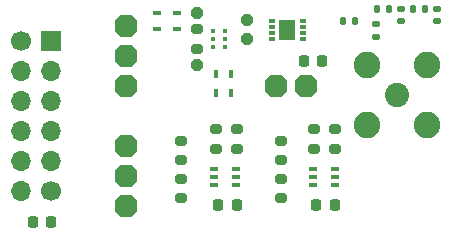
<source format=gbr>
%TF.GenerationSoftware,KiCad,Pcbnew,9.0.7*%
%TF.CreationDate,2026-01-30T12:17:07+01:00*%
%TF.ProjectId,rfiq-1,72666971-2d31-42e6-9b69-6361645f7063,1a*%
%TF.SameCoordinates,Original*%
%TF.FileFunction,Soldermask,Top*%
%TF.FilePolarity,Negative*%
%FSLAX46Y46*%
G04 Gerber Fmt 4.6, Leading zero omitted, Abs format (unit mm)*
G04 Created by KiCad (PCBNEW 9.0.7) date 2026-01-30 12:17:07*
%MOMM*%
%LPD*%
G01*
G04 APERTURE LIST*
G04 Aperture macros list*
%AMRoundRect*
0 Rectangle with rounded corners*
0 $1 Rounding radius*
0 $2 $3 $4 $5 $6 $7 $8 $9 X,Y pos of 4 corners*
0 Add a 4 corners polygon primitive as box body*
4,1,4,$2,$3,$4,$5,$6,$7,$8,$9,$2,$3,0*
0 Add four circle primitives for the rounded corners*
1,1,$1+$1,$2,$3*
1,1,$1+$1,$4,$5*
1,1,$1+$1,$6,$7*
1,1,$1+$1,$8,$9*
0 Add four rect primitives between the rounded corners*
20,1,$1+$1,$2,$3,$4,$5,0*
20,1,$1+$1,$4,$5,$6,$7,0*
20,1,$1+$1,$6,$7,$8,$9,0*
20,1,$1+$1,$8,$9,$2,$3,0*%
%AMOutline5P*
0 Free polygon, 5 corners , with rotation*
0 The origin of the aperture is its center*
0 number of corners: always 5*
0 $1 to $10 corner X, Y*
0 $11 Rotation angle, in degrees counterclockwise*
0 create outline with 5 corners*
4,1,5,$1,$2,$3,$4,$5,$6,$7,$8,$9,$10,$1,$2,$11*%
%AMOutline6P*
0 Free polygon, 6 corners , with rotation*
0 The origin of the aperture is its center*
0 number of corners: always 6*
0 $1 to $12 corner X, Y*
0 $13 Rotation angle, in degrees counterclockwise*
0 create outline with 6 corners*
4,1,6,$1,$2,$3,$4,$5,$6,$7,$8,$9,$10,$11,$12,$1,$2,$13*%
%AMOutline7P*
0 Free polygon, 7 corners , with rotation*
0 The origin of the aperture is its center*
0 number of corners: always 7*
0 $1 to $14 corner X, Y*
0 $15 Rotation angle, in degrees counterclockwise*
0 create outline with 7 corners*
4,1,7,$1,$2,$3,$4,$5,$6,$7,$8,$9,$10,$11,$12,$13,$14,$1,$2,$15*%
%AMOutline8P*
0 Free polygon, 8 corners , with rotation*
0 The origin of the aperture is its center*
0 number of corners: always 8*
0 $1 to $16 corner X, Y*
0 $17 Rotation angle, in degrees counterclockwise*
0 create outline with 8 corners*
4,1,8,$1,$2,$3,$4,$5,$6,$7,$8,$9,$10,$11,$12,$13,$14,$15,$16,$1,$2,$17*%
G04 Aperture macros list end*
%ADD10RoundRect,0.100000X0.275000X0.100000X-0.275000X0.100000X-0.275000X-0.100000X0.275000X-0.100000X0*%
%ADD11Outline8P,-0.950000X0.475000X-0.475000X0.950000X0.475000X0.950000X0.950000X0.475000X0.950000X-0.475000X0.475000X-0.950000X-0.475000X-0.950000X-0.950000X-0.475000X0.000000*%
%ADD12Outline8P,-0.500000X0.250000X-0.250000X0.500000X0.250000X0.500000X0.500000X0.250000X0.500000X-0.250000X0.250000X-0.500000X-0.250000X-0.500000X-0.500000X-0.250000X0.000000*%
%ADD13RoundRect,0.135000X0.185000X-0.135000X0.185000X0.135000X-0.185000X0.135000X-0.185000X-0.135000X0*%
%ADD14RoundRect,0.147500X0.147500X0.172500X-0.147500X0.172500X-0.147500X-0.172500X0.147500X-0.172500X0*%
%ADD15RoundRect,0.225000X-0.225000X-0.250000X0.225000X-0.250000X0.225000X0.250000X-0.225000X0.250000X0*%
%ADD16RoundRect,0.140000X-0.170000X0.140000X-0.170000X-0.140000X0.170000X-0.140000X0.170000X0.140000X0*%
%ADD17RoundRect,0.200000X-0.275000X0.200000X-0.275000X-0.200000X0.275000X-0.200000X0.275000X0.200000X0*%
%ADD18RoundRect,0.100000X-0.225000X-0.100000X0.225000X-0.100000X0.225000X0.100000X-0.225000X0.100000X0*%
%ADD19RoundRect,0.225000X0.225000X0.250000X-0.225000X0.250000X-0.225000X-0.250000X0.225000X-0.250000X0*%
%ADD20RoundRect,0.135000X0.135000X0.185000X-0.135000X0.185000X-0.135000X-0.185000X0.135000X-0.185000X0*%
%ADD21C,2.050000*%
%ADD22C,2.250000*%
%ADD23RoundRect,0.049500X0.115500X-0.155500X0.115500X0.155500X-0.115500X0.155500X-0.115500X-0.155500X0*%
%ADD24R,1.700000X1.700000*%
%ADD25O,1.700000X1.700000*%
%ADD26C,1.700000*%
%ADD27RoundRect,0.100000X0.100000X-0.275000X0.100000X0.275000X-0.100000X0.275000X-0.100000X-0.275000X0*%
%ADD28RoundRect,0.135000X-0.135000X-0.185000X0.135000X-0.185000X0.135000X0.185000X-0.135000X0.185000X0*%
%ADD29RoundRect,0.087500X0.200000X0.087500X-0.200000X0.087500X-0.200000X-0.087500X0.200000X-0.087500X0*%
%ADD30R,1.450000X1.740000*%
G04 APERTURE END LIST*
D10*
%TO.C,Q2*%
X174625000Y-85450000D03*
X174625000Y-84150000D03*
X172975000Y-84150000D03*
X172975000Y-85450000D03*
%TD*%
D11*
%TO.C,TP10*%
X170300000Y-97920000D03*
%TD*%
%TO.C,TP6*%
X170300000Y-90300000D03*
%TD*%
D12*
%TO.C,TP8*%
X176300000Y-88500000D03*
%TD*%
D13*
%TO.C,R10*%
X191450000Y-86110000D03*
X191450000Y-85090000D03*
%TD*%
D11*
%TO.C,TP2*%
X170300000Y-100460000D03*
%TD*%
D14*
%TO.C,L1*%
X195615000Y-83800000D03*
X194645000Y-83800000D03*
%TD*%
D11*
%TO.C,TP5*%
X170300000Y-87760000D03*
%TD*%
D12*
%TO.C,TP3*%
X176300000Y-84100000D03*
%TD*%
D15*
%TO.C,C1*%
X185350000Y-88200000D03*
X186900000Y-88200000D03*
%TD*%
D16*
%TO.C,C4*%
X193630000Y-83800000D03*
X193630000Y-84760000D03*
%TD*%
D11*
%TO.C,TP4*%
X185540000Y-90300000D03*
%TD*%
D17*
%TO.C,R9*%
X186200000Y-93975000D03*
X186200000Y-95625000D03*
%TD*%
D18*
%TO.C,U5*%
X177750000Y-97350000D03*
X177750000Y-98000000D03*
X177750000Y-98650000D03*
X179650000Y-98650000D03*
X179650000Y-98000000D03*
X179650000Y-97350000D03*
%TD*%
D17*
%TO.C,R1*%
X176300000Y-85475000D03*
X176300000Y-87125000D03*
%TD*%
D11*
%TO.C,TP7*%
X170300000Y-85220000D03*
%TD*%
D17*
%TO.C,R2*%
X183400000Y-98150000D03*
X183400000Y-99800000D03*
%TD*%
%TO.C,R7*%
X177900000Y-93975000D03*
X177900000Y-95625000D03*
%TD*%
D11*
%TO.C,TP13*%
X183000000Y-90300000D03*
%TD*%
D17*
%TO.C,R8*%
X188000000Y-93975000D03*
X188000000Y-95625000D03*
%TD*%
D19*
%TO.C,C10*%
X187975000Y-100400000D03*
X186425000Y-100400000D03*
%TD*%
D17*
%TO.C,R5*%
X179700000Y-93975000D03*
X179700000Y-95625000D03*
%TD*%
D11*
%TO.C,TP1*%
X170300000Y-95380000D03*
%TD*%
D20*
%TO.C,R12*%
X189710000Y-84800000D03*
X188690000Y-84800000D03*
%TD*%
D12*
%TO.C,TP9*%
X180600000Y-86300000D03*
%TD*%
D17*
%TO.C,R6*%
X175000000Y-98150000D03*
X175000000Y-99800000D03*
%TD*%
D21*
%TO.C,J1*%
X193260000Y-91060000D03*
D22*
X195800000Y-88520000D03*
X190720000Y-88520000D03*
X195800000Y-93600000D03*
X190720000Y-93600000D03*
%TD*%
D19*
%TO.C,C11*%
X179675000Y-100400000D03*
X178125000Y-100400000D03*
%TD*%
D23*
%TO.C,U3*%
X178691500Y-86960000D03*
X178695000Y-86300000D03*
X178695000Y-85640000D03*
X177705000Y-85640000D03*
X177705000Y-86300000D03*
X177705000Y-86960000D03*
%TD*%
D24*
%TO.C,J4*%
X163950000Y-86490000D03*
D25*
X163950000Y-89030000D03*
X163950000Y-91570000D03*
X163950000Y-94110000D03*
X163950000Y-96650000D03*
D26*
X163950000Y-99190000D03*
X161410000Y-86490000D03*
D25*
X161410000Y-89030000D03*
X161410000Y-91570000D03*
X161410000Y-94110000D03*
X161410000Y-96650000D03*
X161410000Y-99190000D03*
%TD*%
D12*
%TO.C,TP14*%
X180600000Y-84700000D03*
%TD*%
D17*
%TO.C,R4*%
X175000000Y-94950000D03*
X175000000Y-96600000D03*
%TD*%
%TO.C,R3*%
X183400000Y-94950000D03*
X183400000Y-96600000D03*
%TD*%
D27*
%TO.C,Q1*%
X177950000Y-90925000D03*
X179250000Y-90925000D03*
X179250000Y-89275000D03*
X177950000Y-89275000D03*
%TD*%
D28*
%TO.C,R11*%
X191530000Y-83800000D03*
X192550000Y-83800000D03*
%TD*%
D16*
%TO.C,C3*%
X196630000Y-83800000D03*
X196630000Y-84760000D03*
%TD*%
D19*
%TO.C,C2*%
X163975000Y-101800000D03*
X162425000Y-101800000D03*
%TD*%
D29*
%TO.C,U1*%
X185277500Y-86315000D03*
X185277500Y-85815000D03*
X185277500Y-85315000D03*
X185277500Y-84815000D03*
X182702500Y-84815000D03*
X182702500Y-85315000D03*
X182702500Y-85815000D03*
X182702500Y-86315000D03*
D30*
X183990000Y-85565000D03*
%TD*%
D18*
%TO.C,U2*%
X186150000Y-97350000D03*
X186150000Y-98000000D03*
X186150000Y-98650000D03*
X188050000Y-98650000D03*
X188050000Y-98000000D03*
X188050000Y-97350000D03*
%TD*%
M02*

</source>
